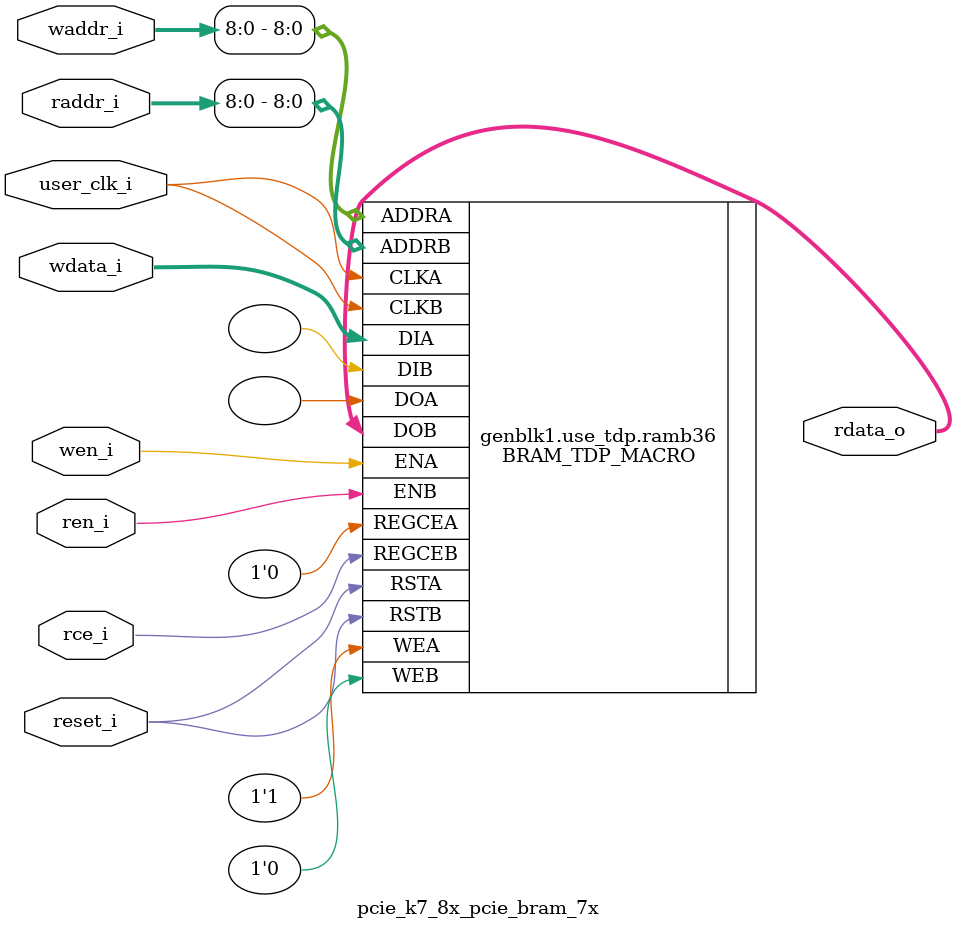
<source format=v>

`timescale 1ps/1ps

module pcie_k7_8x_pcie_bram_7x
  #(
    parameter [3:0]  LINK_CAP_MAX_LINK_SPEED = 4'h1,        // PCIe Link Speed : 1 - 2.5 GT/s; 2 - 5.0 GT/s
    parameter [5:0]  LINK_CAP_MAX_LINK_WIDTH = 6'h08,       // PCIe Link Width : 1 / 2 / 4 / 8
    parameter IMPL_TARGET = "HARD",                         // the implementation target : HARD, SOFT
    parameter DOB_REG = 0,                                  // 1 - use the output register;
                                                            // 0 - don't use the output register
    parameter WIDTH = 0                                     // supported WIDTH's : 4, 9, 18, 36 - uses RAMB36
                                                            //                     72 - uses RAMB36SDP
    )
    (
     input               user_clk_i,// user clock
     input               reset_i,   // bram reset

     input               wen_i,     // write enable
     input [12:0]        waddr_i,   // write address
     input [WIDTH - 1:0] wdata_i,   // write data

     input               ren_i,     // read enable
     input               rce_i,     // output register clock enable
     input [12:0]        raddr_i,   // read address

     output [WIDTH - 1:0] rdata_o   // read data
     );

   // map the address bits
   localparam ADDR_MSB = ((WIDTH == 4)  ? 12 :
                          (WIDTH == 9)  ? 11 :
                          (WIDTH == 18) ? 10 :
                          (WIDTH == 36) ?  9 :
                                           8
                          );

   // set the width of the tied off low address bits
   localparam ADDR_LO_BITS = ((WIDTH == 4)  ? 2 :
                              (WIDTH == 9)  ? 3 :
                              (WIDTH == 18) ? 4 :
                              (WIDTH == 36) ? 5 :
                                              0 // for WIDTH 72 use RAMB36SDP
                              );

   // map the data bits
   localparam D_MSB =  ((WIDTH == 4)  ?  3 :
                        (WIDTH == 9)  ?  7 :
                        (WIDTH == 18) ? 15 :
                        (WIDTH == 36) ? 31 :
                                        63
                        );

   // map the data parity bits
   localparam DP_LSB =  D_MSB + 1;

   localparam DP_MSB =  ((WIDTH == 4)  ? 4 :
                         (WIDTH == 9)  ? 8 :
                         (WIDTH == 18) ? 17 :
                         (WIDTH == 36) ? 35 :
                                         71
                        );

   localparam DPW = DP_MSB - DP_LSB + 1;
   localparam WRITE_MODE = ((LINK_CAP_MAX_LINK_SPEED == 4'h2) && (LINK_CAP_MAX_LINK_WIDTH == 6'h08)) ?
                                    "WRITE_FIRST" : "NO_CHANGE";

   localparam DEVICE = (IMPL_TARGET == "HARD") ? "7SERIES" : "VIRTEX6";
   localparam BRAM_SIZE = "36Kb";

   localparam WE_WIDTH =(DEVICE == "VIRTEX5" || DEVICE == "VIRTEX6" || DEVICE == "7SERIES") ?
                            ((WIDTH <= 9) ? 1 :
                             (WIDTH > 9 && WIDTH <= 18) ? 2 :
                             (WIDTH > 18 && WIDTH <= 36) ? 4 :
                             (WIDTH > 36 && WIDTH <= 72) ? 8 :
                             (BRAM_SIZE == "18Kb") ? 4 : 8 ) : 8;

   //synthesis translate_off
   initial begin
      //$display("[%t] %m DOB_REG %0d WIDTH %0d ADDR_MSB %0d ADDR_LO_BITS %0d DP_MSB %0d DP_LSB %0d D_MSB %0d",
      //          $time, DOB_REG,   WIDTH,    ADDR_MSB,    ADDR_LO_BITS,    DP_MSB,    DP_LSB,    D_MSB);

      case (WIDTH)
        4,9,18,36,72:;
        default:
          begin
             $display("[%t] %m Error WIDTH %0d not supported", $time, WIDTH);
             $finish;
          end
      endcase // case (WIDTH)
   end
   //synthesis translate_on

   generate
   if ((LINK_CAP_MAX_LINK_WIDTH == 6'h08 && LINK_CAP_MAX_LINK_SPEED == 4'h2) || (WIDTH == 72)) begin : use_sdp
        BRAM_SDP_MACRO #(
               .DEVICE        (DEVICE),
               .BRAM_SIZE     (BRAM_SIZE),
               .DO_REG        (DOB_REG),
               .READ_WIDTH    (WIDTH),
               .WRITE_WIDTH   (WIDTH),
               .WRITE_MODE    (WRITE_MODE)
               )
        ramb36sdp(
               .DO             (rdata_o[WIDTH-1:0]),
               .DI             (wdata_i[WIDTH-1:0]),
               .RDADDR         (raddr_i[ADDR_MSB:0]),
               .RDCLK          (user_clk_i),
               .RDEN           (ren_i),
               .REGCE          (rce_i),
               .RST            (reset_i),
               .WE             ({WE_WIDTH{1'b1}}),
               .WRADDR         (waddr_i[ADDR_MSB:0]),
               .WRCLK          (user_clk_i),
               .WREN           (wen_i)
               );

    end  // block: use_sdp
    else if (WIDTH <= 36) begin : use_tdp
    // use RAMB36's if the width is 4, 9, 18, or 36
        BRAM_TDP_MACRO #(
               .DEVICE        (DEVICE),
               .BRAM_SIZE     (BRAM_SIZE),
               .DOA_REG       (0),
               .DOB_REG       (DOB_REG),
               .READ_WIDTH_A  (WIDTH),
               .READ_WIDTH_B  (WIDTH),
               .WRITE_WIDTH_A (WIDTH),
               .WRITE_WIDTH_B (WIDTH),
               .WRITE_MODE_A  (WRITE_MODE)
               )
        ramb36(
               .DOA            (),
               .DOB            (rdata_o[WIDTH-1:0]),
               .ADDRA          (waddr_i[ADDR_MSB:0]),
               .ADDRB          (raddr_i[ADDR_MSB:0]),
               .CLKA           (user_clk_i),
               .CLKB           (user_clk_i),
               .DIA            (wdata_i[WIDTH-1:0]),
               .DIB            ({WIDTH{1'b0}}),
               .ENA            (wen_i),
               .ENB            (ren_i),
               .REGCEA         (1'b0),
               .REGCEB         (rce_i),
               .RSTA           (reset_i),
               .RSTB           (reset_i),
               .WEA            ({WE_WIDTH{1'b1}}),
               .WEB            ({WE_WIDTH{1'b0}})
               );
   end // block: use_tdp
   endgenerate

endmodule // pcie_bram_7x


</source>
